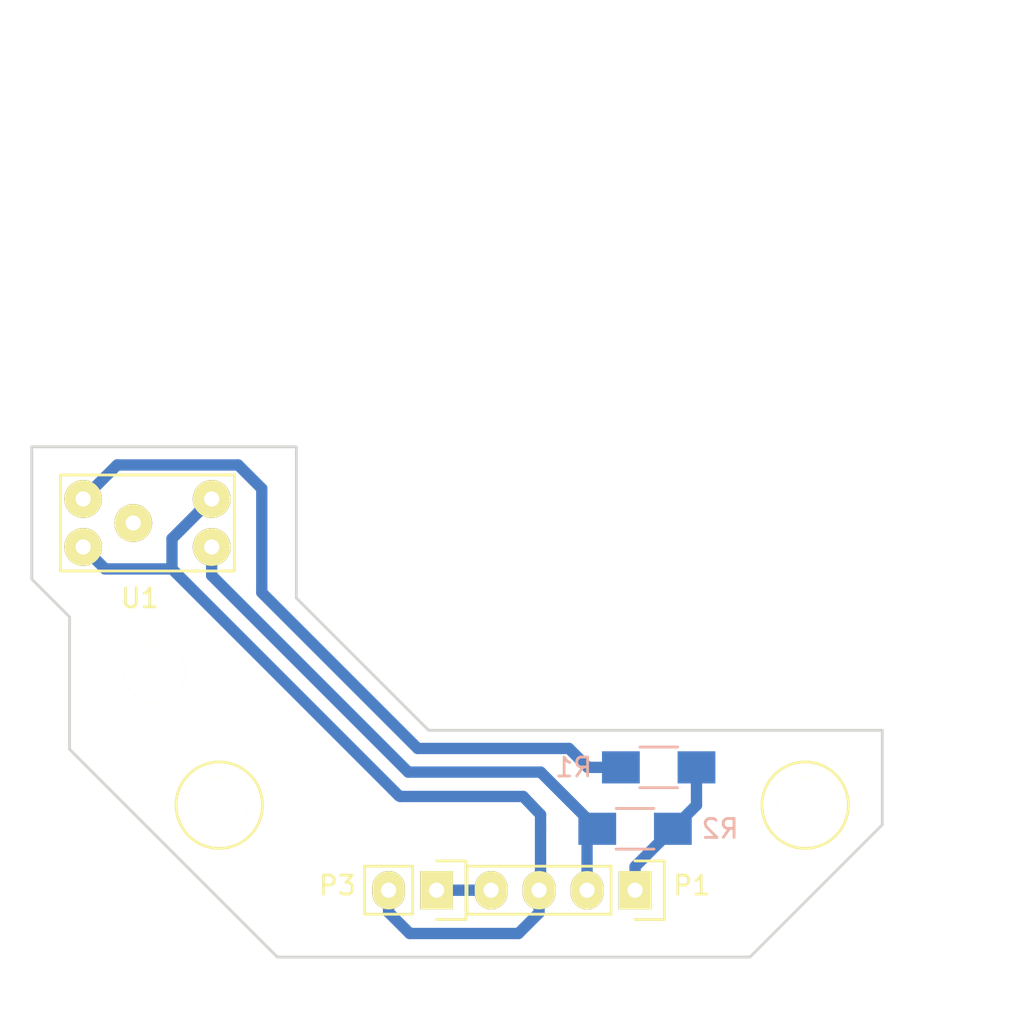
<source format=kicad_pcb>
(kicad_pcb (version 4) (host pcbnew 4.0.2-4+6225~38~ubuntu14.04.1-stable)

  (general
    (links 9)
    (no_connects 0)
    (area 98.867857 72.399999 154.600001 126.600001)
    (thickness 1.6)
    (drawings 15)
    (tracks 35)
    (zones 0)
    (modules 8)
    (nets 6)
  )

  (page A4)
  (layers
    (0 F.Cu signal)
    (31 B.Cu signal)
    (32 B.Adhes user)
    (33 F.Adhes user)
    (34 B.Paste user)
    (35 F.Paste user)
    (36 B.SilkS user)
    (37 F.SilkS user)
    (38 B.Mask user)
    (39 F.Mask user)
    (40 Dwgs.User user)
    (41 Cmts.User user)
    (42 Eco1.User user)
    (43 Eco2.User user)
    (44 Edge.Cuts user)
    (45 Margin user)
    (46 B.CrtYd user)
    (47 F.CrtYd user)
    (48 B.Fab user)
    (49 F.Fab user)
  )

  (setup
    (last_trace_width 0.6)
    (trace_clearance 0.3)
    (zone_clearance 0.508)
    (zone_45_only no)
    (trace_min 0.2)
    (segment_width 0.2)
    (edge_width 0.15)
    (via_size 2)
    (via_drill 0.8)
    (via_min_size 0.4)
    (via_min_drill 0.3)
    (uvia_size 0.3)
    (uvia_drill 0.1)
    (uvias_allowed no)
    (uvia_min_size 0.2)
    (uvia_min_drill 0.1)
    (pcb_text_width 0.3)
    (pcb_text_size 1.5 1.5)
    (mod_edge_width 0.15)
    (mod_text_size 1 1)
    (mod_text_width 0.15)
    (pad_size 2.032 1.7272)
    (pad_drill 0.8)
    (pad_to_mask_clearance 0.2)
    (aux_axis_origin 0 0)
    (grid_origin 122.08 120.04)
    (visible_elements FFFFFF7F)
    (pcbplotparams
      (layerselection 0x01000_80000000)
      (usegerberextensions false)
      (excludeedgelayer true)
      (linewidth 0.100000)
      (plotframeref false)
      (viasonmask false)
      (mode 1)
      (useauxorigin false)
      (hpglpennumber 1)
      (hpglpenspeed 20)
      (hpglpendiameter 15)
      (hpglpenoverlay 2)
      (psnegative false)
      (psa4output false)
      (plotreference true)
      (plotvalue true)
      (plotinvisibletext false)
      (padsonsilk false)
      (subtractmaskfromsilk false)
      (outputformat 4)
      (mirror false)
      (drillshape 0)
      (scaleselection 1)
      (outputdirectory print/))
  )

  (net 0 "")
  (net 1 "Net-(P1-Pad2)")
  (net 2 GND)
  (net 3 +5V)
  (net 4 "Net-(R1-Pad2)")
  (net 5 "Net-(P1-Pad4)")

  (net_class Default "This is the default net class."
    (clearance 0.3)
    (trace_width 0.6)
    (via_dia 2)
    (via_drill 0.8)
    (uvia_dia 0.3)
    (uvia_drill 0.1)
    (add_net +5V)
    (add_net GND)
    (add_net "Net-(P1-Pad2)")
    (add_net "Net-(P1-Pad4)")
    (add_net "Net-(R1-Pad2)")
  )

  (net_class small ""
    (clearance 0.2)
    (trace_width 0.4)
    (via_dia 1.2)
    (via_drill 0.6)
    (uvia_dia 0.3)
    (uvia_drill 0.1)
  )

  (module Mounting_Holes:MountingHole_3.2mm_M3 (layer F.Cu) (tedit 56EEA258) (tstamp 56EEA19A)
    (at 108.6 108)
    (descr "Mounting Hole 3.2mm, no annular, M3")
    (tags "mounting hole 3.2mm no annular m3")
    (fp_text reference REF** (at 4.2 3.2) (layer F.SilkS) hide
      (effects (font (size 1 1) (thickness 0.15)))
    )
    (fp_text value MountingHole_3.2mm_M3 (at 0 4.2) (layer F.Fab) hide
      (effects (font (size 1 1) (thickness 0.15)))
    )
    (fp_circle (center 0 0) (end 3.2 0) (layer Cmts.User) (width 0.15))
    (fp_circle (center 0 0) (end 3.45 0) (layer F.CrtYd) (width 0.05))
    (pad 1 np_thru_hole circle (at 0 0) (size 3.2 3.2) (drill 3.2) (layers *.Cu *.Mask F.SilkS))
  )

  (module Pin_Headers:Pin_Header_Straight_1x02 (layer F.Cu) (tedit 56CB8EA3) (tstamp 569C0E77)
    (at 123.5 119.5 270)
    (descr "Through hole pin header")
    (tags "pin header")
    (path /569B99CE)
    (fp_text reference P3 (at -0.25 5.25 540) (layer F.SilkS)
      (effects (font (size 1 1) (thickness 0.15)))
    )
    (fp_text value Laser (at -2.75 1.5 360) (layer F.Fab)
      (effects (font (size 1 1) (thickness 0.15)))
    )
    (fp_line (start 1.27 1.27) (end 1.27 3.81) (layer F.SilkS) (width 0.15))
    (fp_line (start 1.55 -1.55) (end 1.55 0) (layer F.SilkS) (width 0.15))
    (fp_line (start -1.75 -1.75) (end -1.75 4.3) (layer F.CrtYd) (width 0.05))
    (fp_line (start 1.75 -1.75) (end 1.75 4.3) (layer F.CrtYd) (width 0.05))
    (fp_line (start -1.75 -1.75) (end 1.75 -1.75) (layer F.CrtYd) (width 0.05))
    (fp_line (start -1.75 4.3) (end 1.75 4.3) (layer F.CrtYd) (width 0.05))
    (fp_line (start 1.27 1.27) (end -1.27 1.27) (layer F.SilkS) (width 0.15))
    (fp_line (start -1.55 0) (end -1.55 -1.55) (layer F.SilkS) (width 0.15))
    (fp_line (start -1.55 -1.55) (end 1.55 -1.55) (layer F.SilkS) (width 0.15))
    (fp_line (start -1.27 1.27) (end -1.27 3.81) (layer F.SilkS) (width 0.15))
    (fp_line (start -1.27 3.81) (end 1.27 3.81) (layer F.SilkS) (width 0.15))
    (pad 1 thru_hole rect (at 0 0 270) (size 2.032 1.7272) (drill 0.8) (layers *.Cu *.Mask F.SilkS)
      (net 5 "Net-(P1-Pad4)"))
    (pad 2 thru_hole oval (at 0 2.54 270) (size 2.032 1.7272) (drill 0.8) (layers *.Cu *.Mask F.SilkS)
      (net 2 GND))
    (model Pin_Headers.3dshapes/Pin_Header_Straight_1x02.wrl
      (at (xyz 0 -0.05 0))
      (scale (xyz 1 1 1))
      (rotate (xyz 0 0 90))
    )
  )

  (module TCST1230 (layer F.Cu) (tedit 56CB8E8A) (tstamp 569C0E9C)
    (at 104.8 98.8)
    (path /569C0DD6)
    (fp_text reference U1 (at 3 5.25) (layer F.SilkS)
      (effects (font (size 1 1) (thickness 0.15)))
    )
    (fp_text value TCST1230 (at 3.75 -2.25) (layer F.Fab) hide
      (effects (font (size 1 1) (thickness 0.15)))
    )
    (fp_line (start -1.2 -1.27) (end 8 -1.27) (layer F.SilkS) (width 0.15))
    (fp_line (start 8 -1.27) (end 8 3.81) (layer F.SilkS) (width 0.15))
    (fp_line (start 8 3.81) (end -1.2 3.81) (layer F.SilkS) (width 0.15))
    (fp_line (start -1.2 3.81) (end -1.2 -1.2) (layer F.SilkS) (width 0.15))
    (pad 1 thru_hole circle (at 0 0) (size 2 2) (drill 0.8) (layers *.Cu *.Mask F.SilkS)
      (net 4 "Net-(R1-Pad2)"))
    (pad 2 thru_hole circle (at 0 2.54) (size 2 2) (drill 0.8) (layers *.Cu *.Mask F.SilkS)
      (net 2 GND))
    (pad 3 thru_hole circle (at 6.8 2.54) (size 2 2) (drill 0.8) (layers *.Cu *.Mask F.SilkS)
      (net 1 "Net-(P1-Pad2)"))
    (pad 4 thru_hole circle (at 6.8 0) (size 2 2) (drill 0.8) (layers *.Cu *.Mask F.SilkS)
      (net 2 GND))
    (pad "" thru_hole circle (at 2.65 1.27) (size 2 2) (drill 0.8) (layers *.Cu *.Mask F.SilkS))
  )

  (module Pin_Headers:Pin_Header_Straight_1x04 (layer F.Cu) (tedit 56CB8E75) (tstamp 569C1010)
    (at 134 119.5 270)
    (descr "Through hole pin header")
    (tags "pin header")
    (path /569B97D6)
    (fp_text reference P1 (at -0.25 -3 540) (layer F.SilkS)
      (effects (font (size 1 1) (thickness 0.15)))
    )
    (fp_text value CONN_01X04 (at -2.54 4.105 360) (layer F.Fab) hide
      (effects (font (size 1 1) (thickness 0.15)))
    )
    (fp_line (start -1.75 -1.75) (end -1.75 9.4) (layer F.CrtYd) (width 0.05))
    (fp_line (start 1.75 -1.75) (end 1.75 9.4) (layer F.CrtYd) (width 0.05))
    (fp_line (start -1.75 -1.75) (end 1.75 -1.75) (layer F.CrtYd) (width 0.05))
    (fp_line (start -1.75 9.4) (end 1.75 9.4) (layer F.CrtYd) (width 0.05))
    (fp_line (start -1.27 1.27) (end -1.27 8.89) (layer F.SilkS) (width 0.15))
    (fp_line (start 1.27 1.27) (end 1.27 8.89) (layer F.SilkS) (width 0.15))
    (fp_line (start 1.55 -1.55) (end 1.55 0) (layer F.SilkS) (width 0.15))
    (fp_line (start -1.27 8.89) (end 1.27 8.89) (layer F.SilkS) (width 0.15))
    (fp_line (start 1.27 1.27) (end -1.27 1.27) (layer F.SilkS) (width 0.15))
    (fp_line (start -1.55 0) (end -1.55 -1.55) (layer F.SilkS) (width 0.15))
    (fp_line (start -1.55 -1.55) (end 1.55 -1.55) (layer F.SilkS) (width 0.15))
    (pad 1 thru_hole rect (at 0 0 270) (size 2.032 1.7272) (drill 0.8) (layers *.Cu *.Mask F.SilkS)
      (net 3 +5V))
    (pad 2 thru_hole oval (at 0 2.54 270) (size 2.032 1.7272) (drill 0.8) (layers *.Cu *.Mask F.SilkS)
      (net 1 "Net-(P1-Pad2)"))
    (pad 3 thru_hole oval (at 0 5.08 270) (size 2.032 1.7272) (drill 0.8) (layers *.Cu *.Mask F.SilkS)
      (net 2 GND))
    (pad 4 thru_hole oval (at 0 7.62 270) (size 2.032 1.7272) (drill 0.8) (layers *.Cu *.Mask F.SilkS)
      (net 5 "Net-(P1-Pad4)"))
    (model Pin_Headers.3dshapes/Pin_Header_Straight_1x04.wrl
      (at (xyz 0 -0.15 0))
      (scale (xyz 1 1 1))
      (rotate (xyz 0 0 90))
    )
  )

  (module Connect:1pin (layer F.Cu) (tedit 569C26CD) (tstamp 569C107B)
    (at 112 115)
    (descr "module 1 pin (ou trou mecanique de percage)")
    (tags DEV)
    (fp_text reference "" (at 0 -3.048) (layer F.SilkS)
      (effects (font (size 1 1) (thickness 0.15)))
    )
    (fp_text value 1pin (at 0 2.794) (layer F.Fab) hide
      (effects (font (size 1 1) (thickness 0.15)))
    )
    (fp_circle (center 0 0) (end 0 -2.286) (layer F.SilkS) (width 0.15))
    (pad "" np_thru_hole circle (at 0 0) (size 3 3) (drill 3) (layers *.Cu *.Mask F.SilkS))
  )

  (module Connect:1pin (layer F.Cu) (tedit 569C26DA) (tstamp 569C10A4)
    (at 143 115)
    (descr "module 1 pin (ou trou mecanique de percage)")
    (tags DEV)
    (fp_text reference REF** (at 0 -3.048) (layer F.SilkS) hide
      (effects (font (size 1 1) (thickness 0.15)))
    )
    (fp_text value 1pin (at 0 2.794) (layer F.Fab) hide
      (effects (font (size 1 1) (thickness 0.15)))
    )
    (fp_circle (center 0 0) (end 0 -2.286) (layer F.SilkS) (width 0.15))
    (pad "" np_thru_hole circle (at 0 0) (size 3 3) (drill 3) (layers *.Cu *.Mask F.SilkS))
  )

  (module Resistors_SMD:R_1206_HandSoldering (layer B.Cu) (tedit 56CB8E4F) (tstamp 569C1982)
    (at 135.25 113 180)
    (descr "Resistor SMD 1206, hand soldering")
    (tags "resistor 1206")
    (path /569B9158)
    (attr smd)
    (fp_text reference R1 (at 4.5 0 180) (layer B.SilkS)
      (effects (font (size 1 1) (thickness 0.15)) (justify mirror))
    )
    (fp_text value 220 (at 0 -2.3 180) (layer B.Fab) hide
      (effects (font (size 1 1) (thickness 0.15)) (justify mirror))
    )
    (fp_line (start -3.3 1.2) (end 3.3 1.2) (layer B.CrtYd) (width 0.05))
    (fp_line (start -3.3 -1.2) (end 3.3 -1.2) (layer B.CrtYd) (width 0.05))
    (fp_line (start -3.3 1.2) (end -3.3 -1.2) (layer B.CrtYd) (width 0.05))
    (fp_line (start 3.3 1.2) (end 3.3 -1.2) (layer B.CrtYd) (width 0.05))
    (fp_line (start 1 -1.075) (end -1 -1.075) (layer B.SilkS) (width 0.15))
    (fp_line (start -1 1.075) (end 1 1.075) (layer B.SilkS) (width 0.15))
    (pad 1 smd rect (at -2 0 180) (size 2 1.7) (layers B.Cu B.Paste B.Mask)
      (net 3 +5V))
    (pad 2 smd rect (at 2 0 180) (size 2 1.7) (layers B.Cu B.Paste B.Mask)
      (net 4 "Net-(R1-Pad2)"))
    (model Resistors_SMD.3dshapes/R_1206_HandSoldering.wrl
      (at (xyz 0 0 0))
      (scale (xyz 1 1 1))
      (rotate (xyz 0 0 0))
    )
  )

  (module Resistors_SMD:R_1206_HandSoldering (layer B.Cu) (tedit 56CB8E54) (tstamp 569C198E)
    (at 134 116.25 180)
    (descr "Resistor SMD 1206, hand soldering")
    (tags "resistor 1206")
    (path /569B9227)
    (attr smd)
    (fp_text reference R2 (at -4.5 0 180) (layer B.SilkS)
      (effects (font (size 1 1) (thickness 0.15)) (justify mirror))
    )
    (fp_text value 10k (at 0 -2.3 180) (layer B.Fab) hide
      (effects (font (size 1 1) (thickness 0.15)) (justify mirror))
    )
    (fp_line (start -3.3 1.2) (end 3.3 1.2) (layer B.CrtYd) (width 0.05))
    (fp_line (start -3.3 -1.2) (end 3.3 -1.2) (layer B.CrtYd) (width 0.05))
    (fp_line (start -3.3 1.2) (end -3.3 -1.2) (layer B.CrtYd) (width 0.05))
    (fp_line (start 3.3 1.2) (end 3.3 -1.2) (layer B.CrtYd) (width 0.05))
    (fp_line (start 1 -1.075) (end -1 -1.075) (layer B.SilkS) (width 0.15))
    (fp_line (start -1 1.075) (end 1 1.075) (layer B.SilkS) (width 0.15))
    (pad 1 smd rect (at -2 0 180) (size 2 1.7) (layers B.Cu B.Paste B.Mask)
      (net 3 +5V))
    (pad 2 smd rect (at 2 0 180) (size 2 1.7) (layers B.Cu B.Paste B.Mask)
      (net 1 "Net-(P1-Pad2)"))
    (model Resistors_SMD.3dshapes/R_1206_HandSoldering.wrl
      (at (xyz 0 0 0))
      (scale (xyz 1 1 1))
      (rotate (xyz 0 0 0))
    )
  )

  (gr_line (start 102.08 103.04) (end 102.08 96.04) (angle 90) (layer Edge.Cuts) (width 0.15))
  (gr_line (start 104.08 105.04) (end 102.08 103.04) (angle 90) (layer Edge.Cuts) (width 0.15))
  (gr_line (start 104.08 112.04) (end 104.08 105.04) (angle 90) (layer Edge.Cuts) (width 0.15))
  (gr_line (start 115.08 123.04) (end 104.08 112.04) (angle 90) (layer Edge.Cuts) (width 0.15))
  (gr_line (start 140.08 123.04) (end 115.08 123.04) (angle 90) (layer Edge.Cuts) (width 0.15))
  (gr_line (start 147.08 116.04) (end 140.08 123.04) (angle 90) (layer Edge.Cuts) (width 0.15))
  (gr_line (start 147.08 111.04) (end 147.08 116.04) (angle 90) (layer Edge.Cuts) (width 0.15))
  (gr_line (start 123.08 111.04) (end 147.08 111.04) (angle 90) (layer Edge.Cuts) (width 0.15))
  (gr_line (start 116.08 104.04) (end 123.08 111.04) (angle 90) (layer Edge.Cuts) (width 0.15))
  (gr_line (start 116.08 96.04) (end 116.08 104.04) (angle 90) (layer Edge.Cuts) (width 0.15))
  (gr_line (start 102.08 96.04) (end 116.08 96.04) (angle 90) (layer Edge.Cuts) (width 0.15))
  (gr_circle (center 127.5 99.5) (end 127.5 110.5) (layer Eco1.User) (width 0.2))
  (gr_circle (center 127.5 99.5) (end 127.5 126.5) (layer Eco1.User) (width 0.2))
  (gr_line (start 127.5 98.5) (end 127.5 100.5) (angle 90) (layer Eco1.User) (width 0.2))
  (gr_line (start 126.5 99.5) (end 128.5 99.5) (angle 90) (layer Eco1.User) (width 0.2))

  (segment (start 132 116.25) (end 129 113.25) (width 0.6) (layer B.Cu) (net 1) (status 400000))
  (segment (start 111.6 102.85) (end 111.6 100.84) (width 0.6) (layer B.Cu) (net 1) (tstamp 56F99BAB))
  (segment (start 122 113.25) (end 111.6 102.85) (width 0.6) (layer B.Cu) (net 1) (tstamp 56F99BA6))
  (segment (start 129 113.25) (end 122 113.25) (width 0.6) (layer B.Cu) (net 1) (tstamp 56F99BA0))
  (segment (start 132 116.25) (end 131.46 116.79) (width 0.8) (layer B.Cu) (net 1))
  (segment (start 131.46 116.79) (end 131.46 119.5) (width 0.6) (layer B.Cu) (net 1) (tstamp 56CB8493))
  (segment (start 128.92 119.5) (end 128.92 120.7) (width 0.6) (layer B.Cu) (net 2))
  (segment (start 120.96 120.67) (end 122.08 121.79) (width 0.6) (layer B.Cu) (net 2) (tstamp 56FEA1F9))
  (segment (start 120.96 120.67) (end 120.96 119.5) (width 0.6) (layer B.Cu) (net 2))
  (segment (start 127.83 121.79) (end 122.08 121.79) (width 0.6) (layer B.Cu) (net 2) (tstamp 56FEA208))
  (segment (start 128.92 120.7) (end 127.83 121.79) (width 0.6) (layer B.Cu) (net 2) (tstamp 56FEA204))
  (segment (start 121.58 114.54) (end 121.5 114.5) (width 0.6) (layer B.Cu) (net 2))
  (segment (start 109.5 102.5) (end 109.5 102.5) (width 0.6) (layer B.Cu) (net 2) (tstamp 56F99BD9))
  (segment (start 121.5 114.5) (end 109.5 102.5) (width 0.6) (layer B.Cu) (net 2) (tstamp 56F99BD1))
  (segment (start 109.5 102.5) (end 105.96 102.5) (width 0.6) (layer B.Cu) (net 2))
  (segment (start 105.96 102.5) (end 104.8 101.34) (width 0.6) (layer B.Cu) (net 2) (tstamp 56F99B1A))
  (segment (start 109.5 100.9) (end 111.6 98.8) (width 0.6) (layer B.Cu) (net 2) (tstamp 56F99B0C))
  (segment (start 109.5 102.5) (end 109.5 100.9) (width 0.6) (layer B.Cu) (net 2) (tstamp 56F99B18))
  (segment (start 129 115.5) (end 129 116.25) (width 0.6) (layer B.Cu) (net 2))
  (segment (start 128.08 114.54) (end 121.58 114.54) (width 0.6) (layer B.Cu) (net 2) (tstamp 56CB8ADC))
  (segment (start 129 115.5) (end 128.08 114.54) (width 0.6) (layer B.Cu) (net 2) (tstamp 56CB8ACD))
  (segment (start 129 119.42) (end 129 116.25) (width 0.6) (layer B.Cu) (net 2) (tstamp 56CB8B09))
  (segment (start 137.25 113) (end 137.25 115) (width 0.6) (layer B.Cu) (net 3))
  (segment (start 137.25 115) (end 136 116.25) (width 0.6) (layer B.Cu) (net 3) (tstamp 56CB86C3))
  (segment (start 136 116.25) (end 134 118.25) (width 0.6) (layer B.Cu) (net 3))
  (segment (start 134 118.25) (end 134 119.5) (width 0.6) (layer B.Cu) (net 3) (tstamp 56CB8496))
  (segment (start 114.25 103.75) (end 114.25 98.25) (width 0.6) (layer B.Cu) (net 4))
  (segment (start 122.5 112) (end 114.25 103.75) (width 0.6) (layer B.Cu) (net 4))
  (segment (start 131.5 113) (end 130.5 112) (width 0.6) (layer B.Cu) (net 4) (tstamp 56CB86A9))
  (segment (start 130.5 112) (end 122.5 112) (width 0.6) (layer B.Cu) (net 4) (tstamp 56CB86AA))
  (segment (start 133.25 113) (end 131.5 113) (width 0.6) (layer B.Cu) (net 4))
  (segment (start 106.6 97) (end 104.8 98.8) (width 0.6) (layer B.Cu) (net 4) (tstamp 56F99BC2))
  (segment (start 113 97) (end 106.6 97) (width 0.6) (layer B.Cu) (net 4) (tstamp 56F99BBC))
  (segment (start 114.25 98.25) (end 113 97) (width 0.6) (layer B.Cu) (net 4) (tstamp 56F99BB9))
  (segment (start 123.5 119.5) (end 126.38 119.5) (width 0.6) (layer B.Cu) (net 5))

)

</source>
